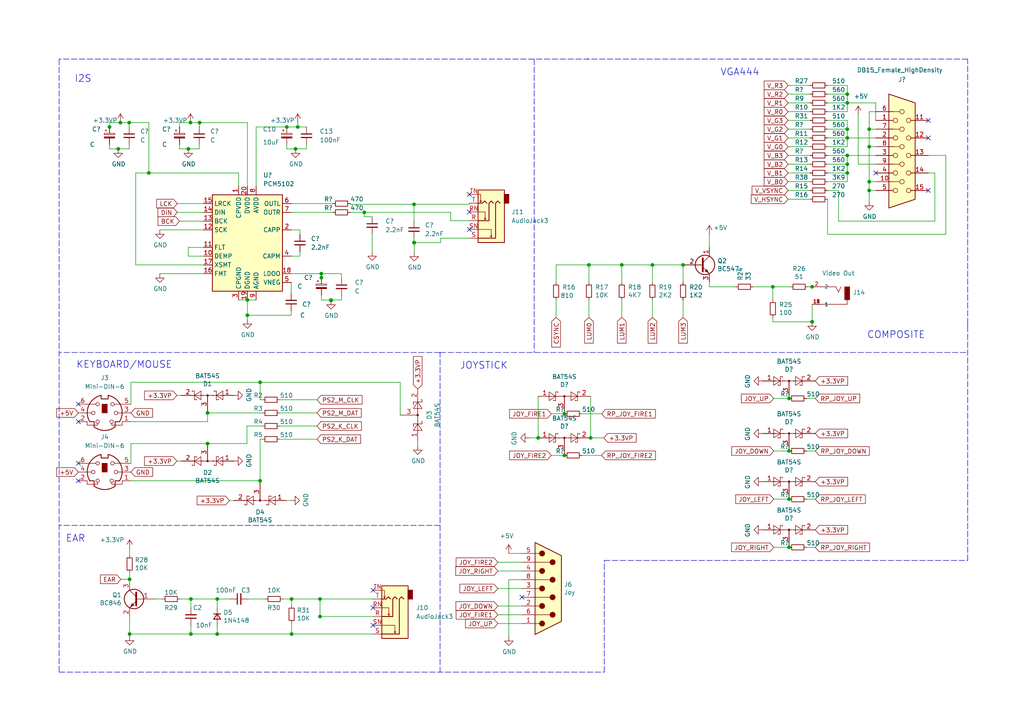
<source format=kicad_sch>
(kicad_sch (version 20211123) (generator eeschema)
  (paper "A4")
  (title_block (title "Calypso") (date "2024-08-10") (rev "0.2"))
  (junction (at 156.083 127))
  (junction (at 62.992 183.896))
  (junction (at 120.076 70.3827))
  (junction (at 60.198 128.651))
  (junction (at 245.745 27.305))
  (junction (at 75.438 110.871))
  (junction (at 245.745 45.085))
  (junction (at 54.61 43.18))
  (junction (at 55.372 183.896))
  (junction (at 228.854 115.57))
  (junction (at 60.198 119.761))
  (junction (at 37.592 168.021))
  (junction (at 235.5554 83.1815))
  (junction (at 37.465 35.56))
  (junction (at 171.323 127))
  (junction (at 92.8191 173.736))
  (junction (at 93.1961 79.375))
  (junction (at 96.012 87.122))
  (junction (at 198.12 76.835))
  (junction (at 86.36 36.83))
  (junction (at 245.745 37.465))
  (junction (at 62.992 173.736))
  (junction (at 228.854 144.78))
  (junction (at 55.245 35.56))
  (junction (at 71.755 86.995))
  (junction (at 252.095 52.705))
  (junction (at 120.142 70.3827))
  (junction (at 252.095 55.245))
  (junction (at 245.745 47.625))
  (junction (at 163.703 132.08))
  (junction (at 75.438 139.446))
  (junction (at 120.076 59.2573))
  (junction (at 34.925 35.56))
  (junction (at 224.155 83.185))
  (junction (at 105.664 61.595))
  (junction (at 84.582 183.896))
  (junction (at 228.854 130.81))
  (junction (at 55.372 173.736))
  (junction (at 170.815 76.835))
  (junction (at 83.185 36.83))
  (junction (at 37.592 183.896))
  (junction (at 252.095 37.465))
  (junction (at 96.012 87.0305))
  (junction (at 252.095 42.545))
  (junction (at 85.725 43.18))
  (junction (at 163.703 120.015))
  (junction (at 245.745 50.165))
  (junction (at 189.23 76.835))
  (junction (at 57.8838 35.56))
  (junction (at 245.745 40.005))
  (junction (at 180.34 76.835))
  (junction (at 235.5329 93.345))
  (junction (at 92.8191 178.816))
  (junction (at 245.745 29.845))
  (junction (at 228.854 158.75))
  (junction (at 43.18 50.165))
  (junction (at 31.75 36.83))
  (junction (at 71.755 91.44))
  (junction (at 34.29 43.18))
  (junction (at 84.582 173.736))
  (junction (at 93.218 80.518))
  (junction (at 235.5554 93.3415))
  (no_connect (at 269.24 34.925))
  (no_connect (at 254 50.165))
  (no_connect (at 151.384 173.228))
  (no_connect (at 22.733 134.366))
  (no_connect (at 22.733 122.301))
  (no_connect (at 136.1262 56.3847))
  (no_connect (at 22.733 139.446))
  (no_connect (at 269.24 40.005))
  (no_connect (at 108.204 176.276))
  (no_connect (at 136.1262 61.4647))
  (no_connect (at 136.1262 66.5447))
  (no_connect (at 108.204 171.196))
  (no_connect (at 269.24 55.245))
  (no_connect (at 108.204 181.356))
  (no_connect (at 22.733 117.221))
  (wire (pts (xy 71.628 123.571) (xy 71.628 128.651)))
  (wire (pts (xy 180.34 76.835) (xy 180.34 81.915)))
  (wire (pts (xy 159.893 120.015) (xy 163.703 120.015)))
  (wire (pts (xy 71.755 91.44) (xy 84.455 91.44)))
  (wire (pts (xy 274.32 67.945) (xy 274.32 45.085)))
  (wire (pts (xy 93.1961 79.375) (xy 99.06 79.375)))
  (wire (pts (xy 198.12 76.835) (xy 198.12 81.915)))
  (wire (pts (xy 228.6 57.785) (xy 234.95 57.785)))
  (polyline (pts (xy 127.635 102.235) (xy 280.67 102.235)))
  (wire (pts (xy 224.155 83.185) (xy 224.155 86.995)))
  (polyline (pts (xy 17.145 194.945) (xy 175.26 194.945)))
  (wire (pts (xy 39.37 50.165) (xy 43.18 50.165)))
  (wire (pts (xy 84.582 183.896) (xy 62.992 183.896)))
  (wire (pts (xy 86.995 74.295) (xy 86.995 73.025)))
  (wire (pts (xy 240.03 67.945) (xy 274.32 67.945)))
  (wire (pts (xy 144.399 170.688) (xy 151.384 170.688)))
  (wire (pts (xy 57.8838 36.83) (xy 57.785 36.83)))
  (wire (pts (xy 71.755 91.44) (xy 71.755 86.995)))
  (wire (pts (xy 92.8191 178.816) (xy 108.204 178.816)))
  (wire (pts (xy 245.745 45.085) (xy 245.745 47.625)))
  (wire (pts (xy 245.745 27.305) (xy 245.745 29.845)))
  (wire (pts (xy 224.155 93.345) (xy 235.5329 93.345)))
  (wire (pts (xy 37.973 122.301) (xy 60.198 122.301)))
  (wire (pts (xy 31.75 35.56) (xy 34.925 35.56)))
  (polyline (pts (xy 175.26 162.56) (xy 280.67 162.56)))
  (wire (pts (xy 60.198 119.761) (xy 76.073 119.761)))
  (wire (pts (xy 55.372 183.896) (xy 62.992 183.896)))
  (wire (pts (xy 37.465 35.56) (xy 43.18 35.56)))
  (wire (pts (xy 84.455 90.17) (xy 84.455 91.44)))
  (wire (pts (xy 271.145 64.135) (xy 271.145 50.165)))
  (wire (pts (xy 205.74 67.945) (xy 205.74 71.755)))
  (wire (pts (xy 57.8838 35.56) (xy 71.755 35.56)))
  (wire (pts (xy 71.755 86.995) (xy 74.295 86.995)))
  (wire (pts (xy 198.12 86.995) (xy 198.12 92.075)))
  (polyline (pts (xy 154.94 17.145) (xy 154.94 102.235)))
  (wire (pts (xy 170.815 86.995) (xy 170.815 92.075)))
  (wire (pts (xy 228.6 32.385) (xy 234.95 32.385)))
  (wire (pts (xy 84.582 173.736) (xy 84.582 175.641)))
  (wire (pts (xy 81.153 123.571) (xy 91.948 123.571)))
  (wire (pts (xy 105.664 62.865) (xy 107.95 62.865)))
  (wire (pts (xy 170.815 76.835) (xy 170.815 81.915)))
  (wire (pts (xy 75.438 127.381) (xy 76.073 127.381)))
  (wire (pts (xy 93.218 87.0305) (xy 96.012 87.0305)))
  (wire (pts (xy 46.355 66.675) (xy 59.055 66.675)))
  (wire (pts (xy 120.076 70.3827) (xy 120.142 70.3827)))
  (polyline (pts (xy 280.67 93.98) (xy 280.67 94.615)))
  (wire (pts (xy 85.725 43.18) (xy 88.9 43.18)))
  (wire (pts (xy 37.592 166.116) (xy 37.592 168.021)))
  (wire (pts (xy 243.205 64.135) (xy 271.145 64.135)))
  (wire (pts (xy 43.18 50.165) (xy 43.18 35.56)))
  (wire (pts (xy 69.215 50.165) (xy 43.18 50.165)))
  (wire (pts (xy 228.6 45.085) (xy 234.95 45.085)))
  (wire (pts (xy 75.438 110.871) (xy 116.078 110.871)))
  (wire (pts (xy 37.465 41.91) (xy 37.465 43.18)))
  (wire (pts (xy 269.24 50.165) (xy 271.145 50.165)))
  (wire (pts (xy 228.6 37.465) (xy 234.95 37.465)))
  (wire (pts (xy 82.042 173.736) (xy 84.582 173.736)))
  (wire (pts (xy 120.076 59.2573) (xy 120.076 64.0327)))
  (wire (pts (xy 120.142 70.3827) (xy 127.762 70.3827)))
  (wire (pts (xy 121.158 129.286) (xy 121.158 128.016)))
  (wire (pts (xy 254 29.845) (xy 254 34.925)))
  (wire (pts (xy 31.8661 36.83) (xy 31.75 36.83)))
  (wire (pts (xy 180.34 76.835) (xy 170.815 76.835)))
  (wire (pts (xy 81.153 115.951) (xy 91.948 115.951)))
  (wire (pts (xy 74.295 53.975) (xy 74.295 36.83)))
  (wire (pts (xy 105.664 61.595) (xy 105.664 62.865)))
  (polyline (pts (xy 175.26 194.945) (xy 175.26 162.56)))
  (wire (pts (xy 127.762 69.0847) (xy 127.762 70.3827)))
  (wire (pts (xy 234.315 83.185) (xy 235.5554 83.185)))
  (wire (pts (xy 224.409 115.57) (xy 228.854 115.57)))
  (wire (pts (xy 62.992 176.276) (xy 62.992 173.736)))
  (wire (pts (xy 130.7345 61.595) (xy 130.7345 64.0047)))
  (wire (pts (xy 233.934 130.81) (xy 236.474 130.81)))
  (wire (pts (xy 62.992 173.736) (xy 66.802 173.736)))
  (wire (pts (xy 189.23 76.835) (xy 189.23 81.915)))
  (wire (pts (xy 233.934 115.57) (xy 236.474 115.57)))
  (wire (pts (xy 240.03 45.085) (xy 245.745 45.085)))
  (wire (pts (xy 240.03 32.385) (xy 245.745 32.385)))
  (wire (pts (xy 224.409 130.81) (xy 228.854 130.81)))
  (wire (pts (xy 96.012 86.995) (xy 96.012 87.0305)))
  (wire (pts (xy 235.5554 93.3415) (xy 235.5329 93.345)))
  (wire (pts (xy 245.745 47.625) (xy 245.745 50.165)))
  (wire (pts (xy 116.078 110.871) (xy 116.078 120.396)))
  (wire (pts (xy 74.295 36.83) (xy 83.185 36.83)))
  (wire (pts (xy 37.973 110.871) (xy 37.973 117.221)))
  (polyline (pts (xy 127.635 110.49) (xy 127.635 102.235)))
  (wire (pts (xy 228.6 50.165) (xy 234.95 50.165)))
  (wire (pts (xy 130.7345 64.0047) (xy 136.1262 64.0047)))
  (wire (pts (xy 252.095 55.245) (xy 252.095 58.42)))
  (wire (pts (xy 252.095 52.705) (xy 252.095 55.245)))
  (wire (pts (xy 93.1961 80.645) (xy 93.218 80.518)))
  (wire (pts (xy 151.384 163.068) (xy 144.399 163.068)))
  (wire (pts (xy 252.095 32.385) (xy 252.095 37.465)))
  (wire (pts (xy 180.34 86.995) (xy 180.34 92.075)))
  (wire (pts (xy 52.07 41.91) (xy 52.07 43.18)))
  (wire (pts (xy 51.435 61.595) (xy 59.055 61.595)))
  (polyline (pts (xy 170.18 17.145) (xy 170.815 17.145)))
  (wire (pts (xy 245.745 50.165) (xy 245.745 52.705)))
  (wire (pts (xy 88.9 43.18) (xy 88.9 41.91)))
  (wire (pts (xy 233.934 144.78) (xy 236.474 144.78)))
  (wire (pts (xy 235.5554 83.185) (xy 235.5554 83.1815)))
  (wire (pts (xy 34.925 35.56) (xy 37.465 35.56)))
  (wire (pts (xy 228.6 24.765) (xy 234.95 24.765)))
  (wire (pts (xy 37.592 183.896) (xy 37.592 184.531)))
  (wire (pts (xy 189.23 86.995) (xy 189.23 92.075)))
  (wire (pts (xy 156.083 114.935) (xy 156.083 127)))
  (wire (pts (xy 54.61 71.755) (xy 54.61 74.295)))
  (wire (pts (xy 81.153 127.381) (xy 91.948 127.381)))
  (wire (pts (xy 84.455 79.375) (xy 93.1961 79.375)))
  (wire (pts (xy 37.465 35.56) (xy 37.465 36.83)))
  (wire (pts (xy 92.8191 173.736) (xy 92.8191 178.816)))
  (wire (pts (xy 224.155 83.185) (xy 229.235 83.185)))
  (wire (pts (xy 52.07 35.56) (xy 55.245 35.56)))
  (wire (pts (xy 245.745 40.005) (xy 245.745 42.545)))
  (wire (pts (xy 99.06 79.375) (xy 99.06 80.645)))
  (wire (pts (xy 37.592 168.021) (xy 35.052 168.021)))
  (wire (pts (xy 120.076 59.2573) (xy 101.6 59.2573)))
  (wire (pts (xy 228.6 52.705) (xy 234.95 52.705)))
  (wire (pts (xy 120.142 73.152) (xy 120.142 70.3827)))
  (wire (pts (xy 52.07 64.135) (xy 59.055 64.135)))
  (wire (pts (xy 228.6 34.925) (xy 234.95 34.925)))
  (wire (pts (xy 46.355 79.375) (xy 59.055 79.375)))
  (wire (pts (xy 228.6 47.625) (xy 234.95 47.625)))
  (polyline (pts (xy 127.635 111.125) (xy 127.635 194.945)))
  (polyline (pts (xy 280.67 17.145) (xy 17.145 17.145)))
  (wire (pts (xy 62.992 183.896) (xy 62.992 181.356)))
  (wire (pts (xy 84.455 66.675) (xy 86.995 66.675)))
  (wire (pts (xy 252.095 55.245) (xy 254 55.245)))
  (polyline (pts (xy 111.76 17.145) (xy 112.395 17.145)))
  (wire (pts (xy 252.095 42.545) (xy 254 42.545)))
  (polyline (pts (xy 280.67 162.56) (xy 280.67 17.145)))
  (wire (pts (xy 99.06 86.995) (xy 96.012 86.995)))
  (wire (pts (xy 198.12 76.835) (xy 189.23 76.835)))
  (wire (pts (xy 245.745 45.085) (xy 254 45.085)))
  (wire (pts (xy 240.03 29.845) (xy 245.745 29.845)))
  (wire (pts (xy 228.6 42.545) (xy 234.95 42.545)))
  (wire (pts (xy 171.323 114.935) (xy 171.323 127)))
  (wire (pts (xy 31.75 41.91) (xy 31.75 43.18)))
  (wire (pts (xy 37.592 159.131) (xy 37.592 161.036)))
  (wire (pts (xy 101.6 61.595) (xy 105.664 61.595)))
  (wire (pts (xy 144.399 178.308) (xy 151.384 178.308)))
  (wire (pts (xy 161.29 76.835) (xy 161.29 81.915)))
  (wire (pts (xy 127.762 69.0847) (xy 136.1262 69.0847)))
  (wire (pts (xy 57.8838 35.56) (xy 57.8838 36.83)))
  (wire (pts (xy 83.185 43.18) (xy 85.725 43.18)))
  (wire (pts (xy 62.992 173.736) (xy 55.372 173.736)))
  (wire (pts (xy 84.582 183.896) (xy 84.582 180.721)))
  (wire (pts (xy 174.498 120.015) (xy 168.783 120.015)))
  (wire (pts (xy 228.6 55.245) (xy 234.95 55.245)))
  (wire (pts (xy 240.03 40.005) (xy 245.745 40.005)))
  (wire (pts (xy 76.073 115.951) (xy 75.438 115.951)))
  (polyline (pts (xy 17.145 17.145) (xy 17.145 194.945)))
  (wire (pts (xy 240.03 24.765) (xy 245.745 24.765)))
  (wire (pts (xy 52.197 173.736) (xy 55.372 173.736)))
  (wire (pts (xy 151.384 160.528) (xy 147.574 160.528)))
  (wire (pts (xy 252.095 52.705) (xy 254 52.705)))
  (wire (pts (xy 243.205 55.245) (xy 243.205 64.135)))
  (wire (pts (xy 224.409 158.75) (xy 228.854 158.75)))
  (wire (pts (xy 240.03 55.245) (xy 243.205 55.245)))
  (wire (pts (xy 84.455 74.295) (xy 86.995 74.295)))
  (wire (pts (xy 52.07 43.18) (xy 54.61 43.18)))
  (wire (pts (xy 240.03 52.705) (xy 245.745 52.705)))
  (wire (pts (xy 235.5554 88.2615) (xy 235.5554 93.3415)))
  (wire (pts (xy 75.438 110.871) (xy 37.973 110.871)))
  (wire (pts (xy 37.973 128.651) (xy 60.198 128.651)))
  (wire (pts (xy 52.578 114.681) (xy 51.308 114.681)))
  (wire (pts (xy 71.755 92.71) (xy 71.755 91.44)))
  (wire (pts (xy 75.438 140.081) (xy 75.438 139.446)))
  (wire (pts (xy 224.409 144.78) (xy 228.854 144.78)))
  (wire (pts (xy 92.8191 178.816) (xy 92.8191 178.9957)))
  (wire (pts (xy 170.815 76.835) (xy 161.29 76.835)))
  (wire (pts (xy 228.6 27.305) (xy 234.95 27.305)))
  (wire (pts (xy 120.076 59.2573) (xy 120.076 59.182)))
  (wire (pts (xy 52.07 35.56) (xy 52.07 36.83)))
  (wire (pts (xy 151.384 168.148) (xy 147.574 168.148)))
  (wire (pts (xy 57.785 41.91) (xy 57.785 43.18)))
  (wire (pts (xy 86.995 66.675) (xy 86.995 67.945)))
  (wire (pts (xy 240.03 34.925) (xy 245.745 34.925)))
  (wire (pts (xy 252.095 42.545) (xy 252.095 52.705)))
  (wire (pts (xy 51.435 59.055) (xy 59.055 59.055)))
  (wire (pts (xy 31.75 35.56) (xy 31.75 36.83)))
  (wire (pts (xy 84.582 173.736) (xy 92.8191 173.736)))
  (wire (pts (xy 86.36 36.83) (xy 88.9 36.83)))
  (wire (pts (xy 37.592 168.021) (xy 37.592 168.656)))
  (wire (pts (xy 59.055 71.755) (xy 54.61 71.755)))
  (wire (pts (xy 69.215 86.995) (xy 71.755 86.995)))
  (wire (pts (xy 240.03 42.545) (xy 245.745 42.545)))
  (wire (pts (xy 34.29 43.18) (xy 37.465 43.18)))
  (wire (pts (xy 240.03 47.625) (xy 245.745 47.625)))
  (wire (pts (xy 218.44 83.185) (xy 224.155 83.185)))
  (wire (pts (xy 153.543 127) (xy 156.083 127)))
  (wire (pts (xy 233.934 158.75) (xy 236.474 158.75)))
  (wire (pts (xy 55.245 35.56) (xy 57.8838 35.56)))
  (wire (pts (xy 75.438 115.951) (xy 75.438 110.871)))
  (wire (pts (xy 240.03 57.785) (xy 240.03 67.945)))
  (wire (pts (xy 84.455 59.055) (xy 96.52 59.055)))
  (wire (pts (xy 54.61 43.18) (xy 57.785 43.18)))
  (wire (pts (xy 245.745 29.845) (xy 254 29.845)))
  (wire (pts (xy 269.24 45.085) (xy 274.32 45.085)))
  (wire (pts (xy 81.153 119.761) (xy 91.948 119.761)))
  (wire (pts (xy 245.745 34.925) (xy 245.745 37.465)))
  (wire (pts (xy 37.973 128.651) (xy 37.973 134.366)))
  (wire (pts (xy 92.8191 173.736) (xy 108.204 173.736)))
  (wire (pts (xy 83.185 36.83) (xy 86.36 36.83)))
  (wire (pts (xy 83.058 145.161) (xy 84.328 145.161)))
  (wire (pts (xy 99.06 85.725) (xy 99.06 86.995)))
  (wire (pts (xy 252.095 37.465) (xy 252.095 42.545)))
  (polyline (pts (xy 127.635 102.235) (xy 17.145 102.235)))
  (wire (pts (xy 55.372 183.896) (xy 37.592 183.896)))
  (wire (pts (xy 71.882 173.736) (xy 76.962 173.736)))
  (wire (pts (xy 245.745 40.005) (xy 254 40.005)))
  (wire (pts (xy 86.36 35.56) (xy 86.36 36.83)))
  (wire (pts (xy 75.438 139.446) (xy 75.438 127.381)))
  (wire (pts (xy 248.92 47.625) (xy 254 47.625)))
  (wire (pts (xy 54.61 74.295) (xy 59.055 74.295)))
  (wire (pts (xy 71.628 128.651) (xy 60.198 128.651)))
  (wire (pts (xy 136.1262 59.2573) (xy 136.1262 58.9247)))
  (wire (pts (xy 174.498 132.08) (xy 168.783 132.08)))
  (wire (pts (xy 84.455 81.915) (xy 84.455 85.09)))
  (wire (pts (xy 205.74 83.185) (xy 213.36 83.185)))
  (wire (pts (xy 59.055 76.835) (xy 39.37 76.835)))
  (wire (pts (xy 252.095 37.465) (xy 254 37.465)))
  (wire (pts (xy 52.578 133.731) (xy 51.308 133.731)))
  (wire (pts (xy 245.745 37.465) (xy 245.745 40.005)))
  (wire (pts (xy 175.133 127) (xy 171.323 127)))
  (wire (pts (xy 205.74 81.915) (xy 205.74 83.185)))
  (wire (pts (xy 93.218 85.598) (xy 93.218 87.0305)))
  (wire (pts (xy 60.198 122.301) (xy 60.198 119.761)))
  (wire (pts (xy 228.6 29.845) (xy 234.95 29.845)))
  (wire (pts (xy 96.012 87.0305) (xy 96.012 87.122)))
  (wire (pts (xy 93.1961 79.375) (xy 93.1961 80.645)))
  (wire (pts (xy 76.073 123.571) (xy 71.628 123.571)))
  (wire (pts (xy 55.372 181.356) (xy 55.372 183.896)))
  (wire (pts (xy 120.076 69.1127) (xy 120.076 70.3827)))
  (wire (pts (xy 84.582 183.896) (xy 108.204 183.896)))
  (wire (pts (xy 144.399 165.608) (xy 151.384 165.608)))
  (wire (pts (xy 37.973 139.446) (xy 75.438 139.446)))
  (wire (pts (xy 245.745 24.765) (xy 245.745 27.305)))
  (wire (pts (xy 147.574 168.148) (xy 147.574 184.658)))
  (wire (pts (xy 107.95 67.945) (xy 107.95 73.025)))
  (wire (pts (xy 252.095 32.385) (xy 254 32.385)))
  (wire (pts (xy 228.6 40.005) (xy 234.95 40.005)))
  (wire (pts (xy 83.185 41.91) (xy 83.185 43.18)))
  (wire (pts (xy 120.076 59.2573) (xy 136.1262 59.2573)))
  (wire (pts (xy 248.92 33.274) (xy 248.92 47.625)))
  (wire (pts (xy 71.755 53.975) (xy 71.755 35.56)))
  (wire (pts (xy 224.155 92.075) (xy 224.155 93.345)))
  (wire (pts (xy 31.75 43.18) (xy 34.29 43.18)))
  (wire (pts (xy 159.893 132.08) (xy 163.703 132.08)))
  (wire (pts (xy 161.29 86.995) (xy 161.29 92.075)))
  (wire (pts (xy 151.384 180.848) (xy 144.399 180.848)))
  (wire (pts (xy 240.03 50.165) (xy 245.745 50.165)))
  (wire (pts (xy 144.399 175.768) (xy 151.384 175.768)))
  (wire (pts (xy 245.745 29.845) (xy 245.745 32.385)))
  (wire (pts (xy 105.664 61.595) (xy 130.7345 61.595)))
  (wire (pts (xy 39.37 76.835) (xy 39.37 50.165)))
  (wire (pts (xy 240.03 37.465) (xy 245.745 37.465)))
  (wire (pts (xy 189.23 76.835) (xy 180.34 76.835)))
  (polyline (pts (xy 127.635 152.4) (xy 17.145 152.4)))
  (wire (pts (xy 101.6 59.2573) (xy 101.6 59.055)))
  (wire (pts (xy 96.52 61.595) (xy 84.455 61.595)))
  (wire (pts (xy 69.215 53.975) (xy 69.215 50.165)))
  (wire (pts (xy 67.818 145.161) (xy 66.548 145.161)))
  (wire (pts (xy 240.03 27.305) (xy 245.745 27.305)))
  (wire (pts (xy 55.372 173.736) (xy 55.372 176.276)))
  (wire (pts (xy 37.592 183.896) (xy 37.592 178.816)))
  (wire (pts (xy 45.212 173.736) (xy 47.117 173.736)))
  (text "VGA444" (at 208.915 22.225 0) (effects (font (size 2.0066 2.0066)) (justify left bottom)))
  (text "I2S" (at 21.59 24.13 0) (effects (font (size 2.0066 2.0066)) (justify left bottom)))
  (text "EAR" (at 19.05 157.48 0) (effects (font (size 2.0066 2.0066)) (justify left bottom)))
  (text "KEYBOARD/MOUSE" (at 22.098 107.061 0) (effects (font (size 2.0066 2.0066)) (justify left bottom)))
  (text "COMPOSITE" (at 251.46 98.425 0) (effects (font (size 2.0066 2.0066)) (justify left bottom)))
  (text "JOYSTICK\n" (at 133.35 107.315 0) (effects (font (size 2.0066 2.0066)) (justify left bottom)))
  (global_label "JOY_LEFT" (shape input) (at 224.409 144.78 180) (property "Intersheet References" "${INTERSHEET_REFS}" (effects hide)))
  (global_label "JOY_UP" (shape input) (at 224.409 115.57 180) (property "Intersheet References" "${INTERSHEET_REFS}" (effects hide)))
  (global_label "JOY_FIRE2" (shape input) (at 144.399 163.068 180) (property "Intersheet References" "${INTERSHEET_REFS}" (effects hide)))
  (global_label "CSYNC" (shape input) (at 161.29 92.075 270) (property "Intersheet References" "${INTERSHEET_REFS}" (effects hide)))
  (global_label "LUM1" (shape input) (at 180.34 92.075 270) (property "Intersheet References" "${INTERSHEET_REFS}" (effects hide)))
  (global_label "LCK" (shape input) (at 51.435 59.055 180) (property "Intersheet References" "${INTERSHEET_REFS}" (effects hide)))
  (global_label "JOY_FIRE1" (shape input) (at 159.893 120.015 180) (property "Intersheet References" "${INTERSHEET_REFS}" (effects hide)))
  (global_label "V_G1" (shape input) (at 228.6 40.005 180) (property "Intersheet References" "${INTERSHEET_REFS}" (effects hide)))
  (global_label "V_G2" (shape input) (at 228.6 37.465 180) (property "Intersheet References" "${INTERSHEET_REFS}" (effects hide)))
  (global_label "V_B0" (shape input) (at 228.6 52.705 180) (property "Intersheet References" "${INTERSHEET_REFS}" (effects hide)))
  (global_label "V_B3" (shape input) (at 228.6 45.085 180) (property "Intersheet References" "${INTERSHEET_REFS}" (effects hide)))
  (global_label "V_R3" (shape input) (at 228.6 24.765 180) (property "Intersheet References" "${INTERSHEET_REFS}" (effects hide)))
  (global_label "PS2_M_CLK" (shape input) (at 91.948 115.951 0) (property "Intersheet References" "${INTERSHEET_REFS}" (effects hide)))
  (global_label "JOY_LEFT" (shape input) (at 144.399 170.688 180) (property "Intersheet References" "${INTERSHEET_REFS}" (effects hide)))
  (global_label "JOY_DOWN" (shape input) (at 224.409 130.81 180) (property "Intersheet References" "${INTERSHEET_REFS}" (effects hide)))
  (global_label "+3.3VP" (shape input) (at 236.474 125.73 0) (property "Intersheet References" "${INTERSHEET_REFS}" (effects hide)))
  (global_label "+5V" (shape input) (at 22.733 136.906 180) (property "Intersheet References" "${INTERSHEET_REFS}" (effects hide)))
  (global_label "EAR" (shape input) (at 35.052 168.021 180) (property "Intersheet References" "${INTERSHEET_REFS}" (effects hide)))
  (global_label "RP_JOY_DOWN" (shape input) (at 236.474 130.81 0) (property "Intersheet References" "${INTERSHEET_REFS}" (effects hide)))
  (global_label "+3.3VP" (shape input) (at 236.474 139.7 0) (property "Intersheet References" "${INTERSHEET_REFS}" (effects hide)))
  (global_label "+3.3VP" (shape input) (at 175.133 127 0) (property "Intersheet References" "${INTERSHEET_REFS}" (effects hide)))
  (global_label "LUM3" (shape input) (at 198.12 92.075 270) (property "Intersheet References" "${INTERSHEET_REFS}" (effects hide)))
  (global_label "RP_JOY_RIGHT" (shape input) (at 236.474 158.75 0) (property "Intersheet References" "${INTERSHEET_REFS}" (effects hide)))
  (global_label "GND" (shape input) (at 37.973 136.906 0) (property "Intersheet References" "${INTERSHEET_REFS}" (effects hide)))
  (global_label "V_R0" (shape input) (at 228.6 32.385 180) (property "Intersheet References" "${INTERSHEET_REFS}" (effects hide)))
  (global_label "DIN" (shape input) (at 51.435 61.595 180) (property "Intersheet References" "${INTERSHEET_REFS}" (effects hide)))
  (global_label "+3.3VP" (shape input) (at 51.308 133.731 180) (property "Intersheet References" "${INTERSHEET_REFS}" (effects hide)))
  (global_label "GND" (shape input) (at 37.973 119.761 0) (property "Intersheet References" "${INTERSHEET_REFS}" (effects hide)))
  (global_label "V_R2" (shape input) (at 228.6 27.305 180) (property "Intersheet References" "${INTERSHEET_REFS}" (effects hide)))
  (global_label "+3.3VP" (shape input) (at 236.474 153.67 0) (property "Intersheet References" "${INTERSHEET_REFS}" (effects hide)))
  (global_label "JOY_UP" (shape input) (at 144.399 180.848 180) (property "Intersheet References" "${INTERSHEET_REFS}" (effects hide)))
  (global_label "RP_JOY_UP" (shape input) (at 236.474 115.57 0) (property "Intersheet References" "${INTERSHEET_REFS}" (effects hide)))
  (global_label "PS2_K_CLK" (shape input) (at 91.948 123.571 0) (property "Intersheet References" "${INTERSHEET_REFS}" (effects hide)))
  (global_label "V_G3" (shape input) (at 228.6 34.925 180) (property "Intersheet References" "${INTERSHEET_REFS}" (effects hide)))
  (global_label "PS2_M_DAT" (shape input) (at 91.948 119.761 0) (property "Intersheet References" "${INTERSHEET_REFS}" (effects hide)))
  (global_label "JOY_FIRE2" (shape input) (at 159.893 132.08 180) (property "Intersheet References" "${INTERSHEET_REFS}" (effects hide)))
  (global_label "PS2_K_DAT" (shape input) (at 91.948 127.381 0) (property "Intersheet References" "${INTERSHEET_REFS}" (effects hide)))
  (global_label "V_VSYNC" (shape input) (at 228.6 55.245 180) (property "Intersheet References" "${INTERSHEET_REFS}" (effects hide)))
  (global_label "V_G0" (shape input) (at 228.6 42.545 180) (property "Intersheet References" "${INTERSHEET_REFS}" (effects hide)))
  (global_label "LUM0" (shape input) (at 170.815 92.075 270) (property "Intersheet References" "${INTERSHEET_REFS}" (effects hide)))
  (global_label "LUM2" (shape input) (at 189.23 92.075 270) (property "Intersheet References" "${INTERSHEET_REFS}" (effects hide)))
  (global_label "JOY_DOWN" (shape input) (at 144.399 175.768 180) (property "Intersheet References" "${INTERSHEET_REFS}" (effects hide)))
  (global_label "+3.3VP" (shape input) (at 51.308 114.681 180) (property "Intersheet References" "${INTERSHEET_REFS}" (effects hide)))
  (global_label "+3.3VP" (shape input) (at 121.158 112.776 90) (property "Intersheet References" "${INTERSHEET_REFS}" (effects hide)))
  (global_label "RP_JOY_LEFT" (shape input) (at 236.474 144.78 0) (property "Intersheet References" "${INTERSHEET_REFS}" (effects hide)))
  (global_label "RP_JOY_FIRE2" (shape input) (at 174.498 132.08 0) (property "Intersheet References" "${INTERSHEET_REFS}" (effects hide)))
  (global_label "+5V" (shape input) (at 22.733 119.761 180) (property "Intersheet References" "${INTERSHEET_REFS}" (effects hide)))
  (global_label "JOY_RIGHT" (shape input) (at 144.399 165.608 180) (property "Intersheet References" "${INTERSHEET_REFS}" (effects hide)))
  (global_label "JOY_RIGHT" (shape input) (at 224.409 158.75 180) (property "Intersheet References" "${INTERSHEET_REFS}" (effects hide)))
  (global_label "JOY_FIRE1" (shape input) (at 144.399 178.308 180) (property "Intersheet References" "${INTERSHEET_REFS}" (effects hide)))
  (global_label "V_HSYNC" (shape input) (at 228.6 57.785 180) (property "Intersheet References" "${INTERSHEET_REFS}" (effects hide)))
  (global_label "V_B1" (shape input) (at 228.6 50.165 180) (property "Intersheet References" "${INTERSHEET_REFS}" (effects hide)))
  (global_label "RP_JOY_FIRE1" (shape input) (at 174.498 120.015 0) (property "Intersheet References" "${INTERSHEET_REFS}" (effects hide)))
  (global_label "+3.3VP" (shape input) (at 236.474 110.49 0) (property "Intersheet References" "${INTERSHEET_REFS}" (effects hide)))
  (global_label "V_B2" (shape input) (at 228.6 47.625 180) (property "Intersheet References" "${INTERSHEET_REFS}" (effects hide)))
  (global_label "BCK" (shape input) (at 52.07 64.135 180) (property "Intersheet References" "${INTERSHEET_REFS}" (effects hide)))
  (global_label "+3.3VP" (shape input) (at 66.548 145.161 180) (property "Intersheet References" "${INTERSHEET_REFS}" (effects hide)))
  (global_label "V_R1" (shape input) (at 228.6 29.845 180) (property "Intersheet References" "${INTERSHEET_REFS}" (effects hide)))
  (symbol (lib_id "Diode:BAT54S") (at 60.198 114.681 0) (mirror y) (unit 1)
    (property "Reference" "D1" (at 60.198 111.3282 0))
    (property "Value" "BAT54S" (at 60.198 109.0168 0))
    (property "Footprint" "Package_TO_SOT_SMD:SOT-23" (effects hide))
    (property "Datasheet" "https://www.diodes.com/assets/Datasheets/ds11005.pdf" (effects hide))
  )
  (symbol (lib_id "power:GND") (at 67.818 114.681 90) (unit 1)
    (property "Reference" "#PWR0110" (effects hide))
    (property "Value" "GND" (at 72.2122 114.554 0))
  )
  (symbol (lib_id "Diode:BAT54S") (at 121.158 120.396 270) (mirror x) (unit 1)
    (property "Reference" "D3" (at 124.5108 120.396 0))
    (property "Value" "BAT54S" (at 126.8222 120.396 0))
    (property "Footprint" "Package_TO_SOT_SMD:SOT-23" (effects hide))
    (property "Datasheet" "https://www.diodes.com/assets/Datasheets/ds11005.pdf" (effects hide))
  )
  (symbol (lib_id "power:GND") (at 121.158 129.286 0) (unit 1)
    (property "Reference" "#PWR0106" (effects hide))
    (property "Value" "GND" (at 121.285 133.6802 0))
  )
  (symbol (lib_id "Diode:BAT54S") (at 75.438 145.161 180) (unit 1)
    (property "Reference" "D4" (at 75.438 148.5138 0))
    (property "Value" "BAT54S" (at 75.438 150.8252 0))
    (property "Footprint" "Package_TO_SOT_SMD:SOT-23" (effects hide))
    (property "Datasheet" "https://www.diodes.com/assets/Datasheets/ds11005.pdf" (effects hide))
  )
  (symbol (lib_id "power:GND") (at 84.328 145.161 90) (unit 1)
    (property "Reference" "#PWR0108" (effects hide))
    (property "Value" "GND" (at 88.7222 145.034 0))
  )
  (symbol (lib_id "Device:R_Small") (at 237.49 29.845 270) (unit 1)
    (property "Reference" "R9" (at 230.505 28.575 90) (effects (justify left)))
    (property "Value" "560" (at 241.3 28.575 90) (effects (justify left)))
    (property "Footprint" "Resistor_SMD:R_0805_2012Metric" (effects hide))
  )
  (symbol (lib_id "Device:R_Small") (at 237.49 32.385 270) (unit 1)
    (property "Reference" "R10" (at 230.505 31.115 90) (effects (justify left)))
    (property "Value" "1K2" (at 241.3 31.115 90) (effects (justify left)))
    (property "Footprint" "Resistor_SMD:R_0805_2012Metric" (effects hide))
  )
  (symbol (lib_id "Device:R_Small") (at 237.49 42.545 270) (unit 1)
    (property "Reference" "R12" (at 230.505 41.275 90) (effects (justify left)))
    (property "Value" "1K2" (at 241.3 41.275 90) (effects (justify left)))
    (property "Footprint" "Resistor_SMD:R_0805_2012Metric" (effects hide))
  )
  (symbol (lib_id "Device:R_Small") (at 237.49 47.625 270) (unit 1)
    (property "Reference" "R13" (at 230.505 46.355 90) (effects (justify left)))
    (property "Value" "560" (at 241.3 46.355 90) (effects (justify left)))
    (property "Footprint" "Resistor_SMD:R_0805_2012Metric" (effects hide))
  )
  (symbol (lib_id "Device:R_Small") (at 237.49 50.165 270) (unit 1)
    (property "Reference" "R14" (at 230.505 48.895 90) (effects (justify left)))
    (property "Value" "1K2" (at 241.3 48.895 90) (effects (justify left)))
    (property "Footprint" "Resistor_SMD:R_0805_2012Metric" (effects hide))
  )
  (symbol (lib_id "Device:R_Small") (at 237.49 55.245 270) (unit 1)
    (property "Reference" "R15" (at 230.505 53.975 90) (effects (justify left)))
    (property "Value" "270" (at 241.3 53.975 90) (effects (justify left)))
    (property "Footprint" "Resistor_SMD:R_0805_2012Metric" (effects hide))
  )
  (symbol (lib_id "Device:R_Small") (at 237.49 57.785 270) (unit 1)
    (property "Reference" "R16" (at 230.505 56.515 90) (effects (justify left)))
    (property "Value" "270" (at 241.3 56.515 90) (effects (justify left)))
    (property "Footprint" "Resistor_SMD:R_0805_2012Metric" (effects hide))
  )
  (symbol (lib_id "power:GND") (at 252.095 58.42 0) (unit 1)
    (property "Reference" "#PWR024" (effects hide))
    (property "Value" "GND" (at 252.222 62.8142 0))
  )
  (symbol (lib_id "Connector:DB9_Male") (at 159.004 170.688 0) (unit 1)
    (property "Reference" "J6" (at 163.576 169.5196 0) (effects (justify left)))
    (property "Value" "Joy" (at 163.576 171.831 0) (effects (justify left)))
    (property "Footprint" "Connector_Dsub:DSUB-9_Male_Horizontal_P2.77x2.84mm_EdgePinOffset9.90mm_Housed_MountingHolesOffset11.32mm" (effects hide))
    (property "Datasheet" " ~" (effects hide))
  )
  (symbol (lib_id "Diode:BAT54S") (at 60.198 133.731 180) (unit 1)
    (property "Reference" "D2" (at 60.198 137.0838 0))
    (property "Value" "BAT54S" (at 60.198 139.3952 0))
    (property "Footprint" "Package_TO_SOT_SMD:SOT-23" (effects hide))
    (property "Datasheet" "https://www.diodes.com/assets/Datasheets/ds11005.pdf" (effects hide))
  )
  (symbol (lib_id "power:GND") (at 67.818 133.731 90) (unit 1)
    (property "Reference" "#PWR0109" (effects hide))
    (property "Value" "GND" (at 72.2122 133.604 0))
  )
  (symbol (lib_id "Device:R_Small") (at 237.49 40.005 270) (unit 1)
    (property "Reference" "R11" (at 230.505 38.735 90) (effects (justify left)))
    (property "Value" "560" (at 241.3 38.735 90) (effects (justify left)))
    (property "Footprint" "Resistor_SMD:R_0805_2012Metric" (effects hide))
  )
  (symbol (lib_id "power:+5V") (at 147.574 160.528 0) (unit 1)
    (property "Reference" "#PWR017" (effects hide))
    (property "Value" "+5V" (at 146.939 155.448 0))
  )
  (symbol (lib_id "Device:R_Small") (at 78.613 115.951 270) (unit 1)
    (property "Reference" "R2" (at 73.533 114.681 90) (effects (justify left)))
    (property "Value" "510" (at 81.153 114.681 90) (effects (justify left)))
    (property "Footprint" "Resistor_SMD:R_0805_2012Metric" (effects hide))
  )
  (symbol (lib_id "Device:R_Small") (at 79.502 173.736 90) (unit 1)
    (property "Reference" "R30" (at 81.407 176.276 90) (effects (justify left)))
    (property "Value" "10K" (at 81.407 171.196 90) (effects (justify left)))
    (property "Footprint" "Resistor_SMD:R_0805_2012Metric" (effects hide))
  )
  (symbol (lib_id "Device:R_Small") (at 78.613 119.761 270) (unit 1)
    (property "Reference" "R3" (at 73.533 118.491 90) (effects (justify left)))
    (property "Value" "510" (at 81.153 118.491 90) (effects (justify left)))
    (property "Footprint" "Resistor_SMD:R_0805_2012Metric" (effects hide))
  )
  (symbol (lib_id "Device:R_Small") (at 78.613 123.571 270) (unit 1)
    (property "Reference" "R4" (at 73.533 122.301 90) (effects (justify left)))
    (property "Value" "510" (at 81.153 122.301 90) (effects (justify left)))
    (property "Footprint" "Resistor_SMD:R_0805_2012Metric" (effects hide))
  )
  (symbol (lib_id "Device:R_Small") (at 84.582 178.181 0) (unit 1)
    (property "Reference" "R31" (at 86.0806 177.0126 0) (effects (justify left)))
    (property "Value" "10K" (at 86.0806 179.324 0) (effects (justify left)))
    (property "Footprint" "Resistor_SMD:R_0805_2012Metric" (effects hide))
  )
  (symbol (lib_id "Device:R_Small") (at 78.613 127.381 270) (unit 1)
    (property "Reference" "R5" (at 73.533 126.111 90) (effects (justify left)))
    (property "Value" "510" (at 81.153 126.111 90) (effects (justify left)))
    (property "Footprint" "Resistor_SMD:R_0805_2012Metric" (effects hide))
  )
  (symbol (lib_id "Device:C_Small") (at 69.342 173.736 90) (unit 1)
    (property "Reference" "C3" (at 71.247 171.196 90))
    (property "Value" "100nF" (at 65.532 171.196 90))
    (property "Footprint" "Capacitor_SMD:C_0805_2012Metric" (effects hide))
  )
  (symbol (lib_id "Device:D_Small") (at 62.992 178.816 270) (unit 1)
    (property "Reference" "D5" (at 64.77 177.6476 90) (effects (justify left)))
    (property "Value" "1N4148" (at 64.77 179.959 90) (effects (justify left)))
    (property "Footprint" "Diode_SMD:D_MiniMELF" (effects hide))
  )
  (symbol (lib_id "Device:C_Small") (at 55.372 178.816 180) (unit 1)
    (property "Reference" "C2" (at 57.277 176.276 0))
    (property "Value" "10nF" (at 59.182 181.356 0))
    (property "Footprint" "Capacitor_SMD:C_0805_2012Metric" (effects hide))
  )
  (symbol (lib_id "Device:R_Small") (at 49.657 173.736 90) (unit 1)
    (property "Reference" "R29" (at 51.562 176.276 90) (effects (justify left)))
    (property "Value" "10K" (at 51.562 171.831 90) (effects (justify left)))
    (property "Footprint" "Resistor_SMD:R_0805_2012Metric" (effects hide))
  )
  (symbol (lib_id "Device:R_Small") (at 37.592 163.576 0) (unit 1)
    (property "Reference" "R28" (at 39.0906 162.4076 0) (effects (justify left)))
    (property "Value" "10K" (at 39.0906 164.719 0) (effects (justify left)))
    (property "Footprint" "Resistor_SMD:R_0805_2012Metric" (effects hide))
  )
  (symbol (lib_id "Transistor_BJT:BC846") (at 40.132 173.736 0) (mirror y) (unit 1)
    (property "Reference" "Q1" (at 35.2806 172.5676 0) (effects (justify left)))
    (property "Value" "BC846" (at 35.2806 174.879 0) (effects (justify left)))
    (property "Footprint" "Package_TO_SOT_SMD:SOT-23" (effects hide))
    (property "Datasheet" "https://assets.nexperia.com/documents/data-sheet/BC846_SER.pdf" (effects hide))
  )
  (symbol (lib_id "power:GND") (at 37.592 184.531 0) (unit 1)
    (property "Reference" "#PWR05" (effects hide))
    (property "Value" "GND" (at 37.719 188.9252 0))
  )
  (symbol (lib_id "power:+3.3VP") (at 37.592 159.131 0) (unit 1)
    (property "Reference" "#PWR01" (effects hide))
    (property "Value" "+3.3VP" (at 32.512 156.591 0))
  )
  (symbol (lib_id "power:GND") (at 147.574 184.658 0) (unit 1)
    (property "Reference" "#PWR021" (effects hide))
    (property "Value" "GND" (at 147.701 189.0522 0))
  )
  (symbol (lib_id "Device:R_Small") (at 99.06 61.595 270) (unit 1)
    (property "Reference" "R?" (at 93.98 60.325 90) (effects (justify left)))
    (property "Value" "470" (at 101.6 60.325 90) (effects (justify left)))
    (property "Footprint" "Resistor_SMD:R_0805_2012Metric" (effects hide))
  )
  (symbol (lib_id "power:GND") (at 221.234 139.7 270) (unit 1)
    (property "Reference" "#PWR?" (effects hide))
    (property "Value" "GND" (at 216.8398 139.827 0))
  )
  (symbol (lib_id "Device:C_Small") (at 57.785 39.37 0) (unit 1)
    (property "Reference" "C?" (at 60.96 38.0999 0) (effects (justify left)))
    (property "Value" "C" (at 60.96 40.6399 0) (effects (justify left)))
    (property "Footprint" "Capacitor_SMD:C_1206_3216Metric_Pad1.33x1.80mm_HandSolder" (effects hide))
  )
  (symbol (lib_id "Device:R_Small") (at 231.775 83.185 270) (unit 1)
    (property "Reference" "R26" (at 231.775 77.9272 90))
    (property "Value" "51" (at 231.775 80.2386 90))
    (property "Footprint" "Resistor_SMD:R_1206_3216Metric_Pad1.30x1.75mm_HandSolder" (effects hide))
  )
  (symbol (lib_id "Device:R_Small") (at 224.155 89.535 0) (unit 1)
    (property "Reference" "R25" (at 225.933 88.3666 0) (effects (justify left)))
    (property "Value" "100" (at 225.933 90.678 0) (effects (justify left)))
    (property "Footprint" "Resistor_SMD:R_1206_3216Metric_Pad1.30x1.75mm_HandSolder" (effects hide))
  )
  (symbol (lib_id "power:GND") (at 85.725 43.18 0) (unit 1)
    (property "Reference" "#PWR027" (effects hide))
    (property "Value" "GND" (at 85.852 47.5742 0))
  )
  (symbol (lib_id "Device:C_Polarized_Small") (at 83.185 39.37 0) (unit 1)
    (property "Reference" "C10" (at 76.2 37.465 0) (effects (justify left)))
    (property "Value" "10uF" (at 76.2 41.275 0) (effects (justify left)))
    (property "Footprint" "Capacitor_Tantalum_SMD:CP_EIA-3216-12_Kemet-S_Pad1.58x1.35mm_HandSolder" (effects hide))
  )
  (symbol (lib_id "power:GND") (at 235.5329 93.345 0) (unit 1)
    (property "Reference" "#PWR038" (effects hide))
    (property "Value" "GND" (at 235.6599 97.7392 0))
  )
  (symbol (lib_id "Device:R_Small") (at 170.815 84.455 0) (unit 1)
    (property "Reference" "R17" (at 172.593 83.2866 0) (effects (justify left)))
    (property "Value" "10K" (at 172.593 85.598 0) (effects (justify left)))
    (property "Footprint" "Resistor_SMD:R_1206_3216Metric_Pad1.30x1.75mm_HandSolder" (effects hide))
  )
  (symbol (lib_id "power:GND") (at 46.355 66.675 0) (unit 1)
    (property "Reference" "#PWR?" (effects hide))
    (property "Value" "GND" (at 46.482 71.0692 0))
  )
  (symbol (lib_id "Device:C_Polarized_Small") (at 52.07 39.37 0) (unit 1)
    (property "Reference" "C?" (at 46.99 37.465 0) (effects (justify left)))
    (property "Value" "C" (at 46.99 41.91 0) (effects (justify left)))
    (property "Footprint" "Capacitor_SMD:C_1206_3216Metric_Pad1.33x1.80mm_HandSolder" (effects hide))
  )
  (symbol (lib_id "power:+5V") (at 205.74 67.945 0) (unit 1)
    (property "Reference" "#PWR037" (effects hide))
    (property "Value" "+5V" (at 208.915 66.04 0))
  )
  (symbol (lib_id "Diode:BAT54S") (at 228.854 153.67 0) (unit 1)
    (property "Reference" "D?" (at 228.854 150.3172 0))
    (property "Value" "BAT54S" (at 228.854 148.0058 0))
    (property "Footprint" "Package_TO_SOT_SMD:SOT-23" (effects hide))
    (property "Datasheet" "https://www.diodes.com/assets/Datasheets/ds11005.pdf" (effects hide))
  )
  (symbol (lib_id "Device:C_Small") (at 99.06 83.185 0) (unit 1)
    (property "Reference" "C?" (at 102.87 81.9149 0) (effects (justify left)))
    (property "Value" "C" (at 102.87 84.4549 0) (effects (justify left)))
    (property "Footprint" "Capacitor_SMD:C_1206_3216Metric_Pad1.33x1.80mm_HandSolder" (effects hide))
  )
  (symbol (lib_id "power:GND") (at 54.61 43.18 0) (unit 1)
    (property "Reference" "#PWR?" (effects hide))
    (property "Value" "GND" (at 54.737 47.5742 0))
  )
  (symbol (lib_id "Device:C_Polarized_Small") (at 93.218 83.058 0) (unit 1)
    (property "Reference" "C?" (at 88.138 80.518 0) (effects (justify left)))
    (property "Value" "C" (at 86.233 83.058 0) (effects (justify left)))
    (property "Footprint" "Capacitor_Tantalum_SMD:CP_EIA-3216-12_Kemet-S_Pad1.58x1.35mm_HandSolder" (effects hide))
  )
  (symbol (lib_id "Device:R_Small") (at 231.394 115.57 270) (unit 1)
    (property "Reference" "R?" (at 226.314 114.3 90) (effects (justify left)))
    (property "Value" "510" (at 233.934 114.3 90) (effects (justify left)))
    (property "Footprint" "Resistor_SMD:R_0805_2012Metric" (effects hide))
  )
  (symbol (lib_id "Device:R_Small") (at 99.06 59.055 270) (unit 1)
    (property "Reference" "R?" (at 93.98 57.785 90) (effects (justify left)))
    (property "Value" "470" (at 101.6 57.785 90) (effects (justify left)))
    (property "Footprint" "Resistor_SMD:R_0805_2012Metric" (effects hide))
  )
  (symbol (lib_id "Device:R_Small") (at 215.9 83.185 90) (unit 1)
    (property "Reference" "R24" (at 214.7316 81.407 0) (effects (justify left)))
    (property "Value" "33" (at 217.043 81.407 0) (effects (justify left)))
    (property "Footprint" "Resistor_SMD:R_1206_3216Metric_Pad1.30x1.75mm_HandSolder" (effects hide))
  )
  (symbol (lib_id "Device:R_Small") (at 180.34 84.455 0) (unit 1)
    (property "Reference" "R18" (at 182.118 83.2866 0) (effects (justify left)))
    (property "Value" "4K7" (at 182.118 85.598 0) (effects (justify left)))
    (property "Footprint" "Resistor_SMD:R_1206_3216Metric_Pad1.30x1.75mm_HandSolder" (effects hide))
  )
  (symbol (lib_id "power:+3.3VP") (at 55.245 35.56 0) (unit 1)
    (property "Reference" "#PWR?" (effects hide))
    (property "Value" "+3.3VP" (at 50.8 34.925 0))
  )
  (symbol (lib_id "Device:C_Small") (at 120.076 66.5727 0) (unit 1)
    (property "Reference" "C?" (at 123.251 65.3026 0) (effects (justify left)))
    (property "Value" "2.2nF" (at 123.251 67.8426 0) (effects (justify left)))
    (property "Footprint" "Capacitor_SMD:C_1206_3216Metric_Pad1.33x1.80mm_HandSolder" (effects hide))
  )
  (symbol (lib_id "Device:C_Polarized_Small") (at 31.75 39.37 0) (unit 1)
    (property "Reference" "C?" (at 26.67 37.465 0) (effects (justify left)))
    (property "Value" "C" (at 26.035 41.91 0) (effects (justify left)))
    (property "Footprint" "Capacitor_Tantalum_SMD:CP_EIA-3216-12_Kemet-S_Pad1.58x1.35mm_HandSolder" (effects hide))
  )
  (symbol (lib_id "power:GND") (at 71.755 92.71 0) (unit 1)
    (property "Reference" "#PWR?" (effects hide))
    (property "Value" "GND" (at 71.882 97.1042 0))
  )
  (symbol (lib_id "power:+3.3VP") (at 34.925 35.56 0) (unit 1)
    (property "Reference" "#PWR?" (effects hide))
    (property "Value" "+3.3VP" (at 30.48 34.925 0))
  )
  (symbol (lib_id "Device:C_Small") (at 88.9 39.37 0) (unit 1)
    (property "Reference" "C13" (at 92.71 38.0999 0) (effects (justify left)))
    (property "Value" "100nF" (at 92.71 40.6399 0) (effects (justify left)))
    (property "Footprint" "Capacitor_SMD:C_1206_3216Metric_Pad1.33x1.80mm_HandSolder" (effects hide))
  )
  (symbol (lib_id "power:GND") (at 120.142 73.152 0) (unit 1)
    (property "Reference" "#PWR?" (effects hide))
    (property "Value" "GND" (at 120.269 77.5462 0))
  )
  (symbol (lib_id "power:GND") (at 221.234 125.73 270) (unit 1)
    (property "Reference" "#PWR?" (effects hide))
    (property "Value" "GND" (at 216.8398 125.857 0))
  )
  (symbol (lib_id "power:GND") (at 221.234 153.67 270) (unit 1)
    (property "Reference" "#PWR?" (effects hide))
    (property "Value" "GND" (at 216.8398 153.797 0))
  )
  (symbol (lib_id "Connector:AudioJack3_Switch") (at 113.284 178.816 180) (unit 1)
    (property "Reference" "J10" (at 120.65 176.2759 0) (effects (justify right)))
    (property "Value" "AudioJack3" (at 120.65 178.8159 0) (effects (justify right)))
    (property "Footprint" "jack:pj307" (effects hide))
  )
  (symbol (lib_id "Diode:BAT54S") (at 163.703 114.935 0) (unit 1)
    (property "Reference" "D?" (at 163.703 111.5822 0))
    (property "Value" "BAT54S" (at 163.703 109.2708 0))
    (property "Footprint" "Package_TO_SOT_SMD:SOT-23" (effects hide))
    (property "Datasheet" "https://www.diodes.com/assets/Datasheets/ds11005.pdf" (effects hide))
  )
  (symbol (lib_id "Device:R_Small") (at 166.243 132.08 270) (unit 1)
    (property "Reference" "R?" (at 161.163 130.81 90) (effects (justify left)))
    (property "Value" "510" (at 168.783 130.81 90) (effects (justify left)))
    (property "Footprint" "Resistor_SMD:R_0805_2012Metric" (effects hide))
  )
  (symbol (lib_id "Device:R_Small") (at 161.29 84.455 0) (unit 1)
    (property "Reference" "R16" (at 163.068 83.2866 0) (effects (justify left)))
    (property "Value" "810" (at 162.56 85.725 0) (effects (justify left)))
    (property "Footprint" "Resistor_SMD:R_1206_3216Metric_Pad1.30x1.75mm_HandSolder" (effects hide))
  )
  (symbol (lib_id "power:GND") (at 221.234 110.49 270) (unit 1)
    (property "Reference" "#PWR?" (effects hide))
    (property "Value" "GND" (at 216.8398 110.617 0))
  )
  (symbol (lib_id "Device:R_Small") (at 237.49 52.705 270) (unit 1)
    (property "Reference" "R38" (at 230.505 51.435 90) (effects (justify left)))
    (property "Value" "3K9" (at 241.3 51.435 90) (effects (justify left)))
    (property "Footprint" "Resistor_SMD:R_1206_3216Metric_Pad1.30x1.75mm_HandSolder" (effects hide))
  )
  (symbol (lib_id "Device:C_Small") (at 107.95 65.405 0) (unit 1)
    (property "Reference" "C?" (at 111.76 64.1349 0) (effects (justify left)))
    (property "Value" "2.2nF" (at 111.76 66.6749 0) (effects (justify left)))
    (property "Footprint" "Capacitor_SMD:C_1206_3216Metric_Pad1.33x1.80mm_HandSolder" (effects hide))
  )
  (symbol (lib_id "Device:R_Small") (at 231.394 158.75 270) (unit 1)
    (property "Reference" "R?" (at 226.314 157.48 90) (effects (justify left)))
    (property "Value" "510" (at 233.934 157.48 90) (effects (justify left)))
    (property "Footprint" "Resistor_SMD:R_0805_2012Metric" (effects hide))
  )
  (symbol (lib_id "power:GND") (at 34.29 43.18 0) (unit 1)
    (property "Reference" "#PWR?" (effects hide))
    (property "Value" "GND" (at 34.417 47.5742 0))
  )
  (symbol (lib_id "Device:R_Small") (at 237.49 45.085 270) (unit 1)
    (property "Reference" "R?" (at 230.505 43.815 90) (effects (justify left)))
    (property "Value" "560" (at 241.3 43.815 90) (effects (justify left)))
    (property "Footprint" "Resistor_SMD:R_0805_2012Metric" (effects hide))
  )
  (symbol (lib_id "Device:C_Small") (at 86.995 70.485 0) (unit 1)
    (property "Reference" "C?" (at 90.17 69.2149 0) (effects (justify left)))
    (property "Value" "2.2nF" (at 90.17 71.7549 0) (effects (justify left)))
    (property "Footprint" "Capacitor_SMD:C_1206_3216Metric_Pad1.33x1.80mm_HandSolder" (effects hide))
  )
  (symbol (lib_id "Device:R_Small") (at 237.49 34.925 270) (unit 1)
    (property "Reference" "R31" (at 230.505 33.655 90) (effects (justify left)))
    (property "Value" "510" (at 241.3 33.655 90) (effects (justify left)))
    (property "Footprint" "Resistor_SMD:R_1206_3216Metric_Pad1.30x1.75mm_HandSolder" (effects hide))
  )
  (symbol (lib_id "power:GND") (at 153.543 127 270) (unit 1)
    (property "Reference" "#PWR?" (effects hide))
    (property "Value" "GND" (at 149.1488 127.127 0))
  )
  (symbol (lib_id "Device:C_Small") (at 37.465 39.37 0) (unit 1)
    (property "Reference" "C?" (at 40.64 38.0999 0) (effects (justify left)))
    (property "Value" "C" (at 40.64 40.6399 0) (effects (justify left)))
    (property "Footprint" "Capacitor_SMD:C_1206_3216Metric_Pad1.33x1.80mm_HandSolder" (effects hide))
  )
  (symbol (lib_id "power:+5V") (at 248.92 33.274 0) (unit 1)
    (property "Reference" "#PWR?" (effects hide))
    (property "Value" "+5V" (at 249.682 27.94 0))
  )
  (symbol (lib_id "power:GND") (at 96.012 87.122 0) (unit 1)
    (property "Reference" "#PWR?" (effects hide))
    (property "Value" "GND" (at 96.139 91.5162 0))
  )
  (symbol (lib_id "Diode:BAT54S") (at 228.854 139.7 0) (unit 1)
    (property "Reference" "D?" (at 228.854 136.3472 0))
    (property "Value" "BAT54S" (at 228.854 134.0358 0))
    (property "Footprint" "Package_TO_SOT_SMD:SOT-23" (effects hide))
    (property "Datasheet" "https://www.diodes.com/assets/Datasheets/ds11005.pdf" (effects hide))
  )
  (symbol (lib_id "Device:R_Small") (at 237.49 24.765 270) (unit 1)
    (property "Reference" "R27" (at 230.505 23.495 90) (effects (justify left)))
    (property "Value" "510" (at 241.3 23.495 90) (effects (justify left)))
    (property "Footprint" "Resistor_SMD:R_1206_3216Metric_Pad1.30x1.75mm_HandSolder" (effects hide))
  )
  (symbol (lib_id "Connector:DB15_Female_HighDensity") (at 261.62 45.085 0) (unit 1)
    (property "Reference" "J?" (at 261.62 23.0632 0))
    (property "Value" "DB15_Female_HighDensity" (at 260.985 20.32 0))
    (property "Footprint" "Connector_Dsub:DSUB-15-HD_Female_Horizontal_P2.29x1.98mm_EdgePinOffset3.03mm_Housed_MountingHolesOffset4.94mm" (effects hide))
    (property "Datasheet" " ~" (effects hide))
  )
  (symbol (lib_id "Device:R_Small") (at 237.49 37.465 270) (unit 1)
    (property "Reference" "R?" (at 230.505 36.195 90) (effects (justify left)))
    (property "Value" "560" (at 241.3 36.195 90) (effects (justify left)))
    (property "Footprint" "Resistor_SMD:R_0805_2012Metric" (effects hide))
  )
  (symbol (lib_id "Connector:Mini-DIN-6") (at 30.353 136.906 0) (unit 1)
    (property "Reference" "J4" (at 30.3707 126.746 0))
    (property "Value" "Mini-DIN-6" (at 30.3707 129.286 0))
    (property "Footprint" "minidin:Connector_Mini-DIN_Female_6Pin_2rows" (effects hide))
    (property "Datasheet" "http://service.powerdynamics.com/ec/Catalog17/Section%2011.pdf" (effects hide))
  )
  (symbol (lib_id "power:+3.3VP") (at 86.36 35.56 0) (unit 1)
    (property "Reference" "#PWR028" (effects hide))
    (property "Value" "+3.3VP" (at 81.915 34.925 0))
  )
  (symbol (lib_id "Device:C_Small") (at 84.455 87.63 180) (unit 1)
    (property "Reference" "C?" (at 87.63 88.265 0) (effects (justify right)))
    (property "Value" "C" (at 86.995 91.44 0) (effects (justify right)))
    (property "Footprint" "Capacitor_SMD:C_1206_3216Metric_Pad1.33x1.80mm_HandSolder" (effects hide))
  )
  (symbol (lib_id "Diode:BAT54S") (at 163.703 127 0) (unit 1)
    (property "Reference" "D?" (at 163.703 123.6472 0))
    (property "Value" "BAT54S" (at 163.703 121.3358 0))
    (property "Footprint" "Package_TO_SOT_SMD:SOT-23" (effects hide))
    (property "Datasheet" "https://www.diodes.com/assets/Datasheets/ds11005.pdf" (effects hide))
  )
  (symbol (lib_id "Transistor_BJT:BC547") (at 203.2 76.835 0) (unit 1)
    (property "Reference" "Q2" (at 208.0514 75.6666 0) (effects (justify left)))
    (property "Value" "BC547" (at 208.0514 77.978 0) (effects (justify left)))
    (property "Footprint" "Package_TO_SOT_SMD:SOT-23" (effects hide))
    (property "Datasheet" "http://www.fairchildsemi.com/ds/BC/BC547.pdf" (effects hide))
  )
  (symbol (lib_id "Device:R_Small") (at 231.394 130.81 270) (unit 1)
    (property "Reference" "R?" (at 226.314 129.54 90) (effects (justify left)))
    (property "Value" "510" (at 233.934 129.54 90) (effects (justify left)))
    (property "Footprint" "Resistor_SMD:R_0805_2012Metric" (effects hide))
  )
  (symbol (lib_id "Device:R_Small") (at 231.394 144.78 270) (unit 1)
    (property "Reference" "R?" (at 226.314 143.51 90) (effects (justify left)))
    (property "Value" "510" (at 233.934 143.51 90) (effects (justify left)))
    (property "Footprint" "Resistor_SMD:R_0805_2012Metric" (effects hide))
  )
  (symbol (lib_id "Connector:AudioJack3_Switch") (at 141.2062 64.0047 180) (unit 1)
    (property "Reference" "J11" (at 148.3182 61.4646 0) (effects (justify right)))
    (property "Value" "AudioJack3" (at 148.3182 64.0046 0) (effects (justify right)))
    (property "Footprint" "jack:pj307" (effects hide))
  )
  (symbol (lib_id "Connector:Mini-DIN-6") (at 30.353 119.761 0) (unit 1)
    (property "Reference" "J3" (at 30.3707 109.601 0))
    (property "Value" "Mini-DIN-6" (at 30.3707 112.141 0))
    (property "Footprint" "minidin:Connector_Mini-DIN_Female_6Pin_2rows" (effects hide))
    (property "Datasheet" "http://service.powerdynamics.com/ec/Catalog17/Section%2011.pdf" (effects hide))
  )
  (symbol (lib_id "rca:RCJ-013") (at 243.1754 85.7215 180) (unit 1)
    (property "Reference" "J14" (at 250.952 84.836 0) (effects (justify left)))
    (property "Value" "Video Out" (at 247.904 79.248 0) (effects (justify left)))
    (property "Footprint" "conn-ext:CUI_RCJ-013" (effects hide))
    (property "Datasheet" " ~" (effects hide))
    (property "MF" "CUI Devices" (effects hide))
    (property "Description" "Metal Right-Angle, RCA Jack, White Insulator" (effects hide))
    (property "Package" "None" (effects hide))
    (property "Price" "None" (effects hide))
    (property "Check_prices" "https://www.snapeda.com/parts/RCJ-013/CUI+Devices/view-part/?ref=eda" (effects hide))
    (property "PART_REV" "B" (effects hide))
    (property "STANDARD" "Manufacturer recommendations" (effects hide))
    (property "SnapEDA_Link" "https://www.snapeda.com/parts/RCJ-013/CUI+Devices/view-part/?ref=snap" (effects hide))
    (property "MP" "RCJ-013" (effects hide))
    (property "CUI_purchase_URL" "https://www.cuidevices.com/product/interconnect/connectors/rca-connectors/rcj-013?utm_source=snapeda.com&utm_medium=referral&utm_campaign=snapedaBOM" (effects hide))
    (property "Availability" "In Stock" (effects hide))
    (property "MANUFACTURER" "CUI Inc" (effects hide))
  )
  (symbol (lib_id "power:GND") (at 107.95 73.025 0) (unit 1)
    (property "Reference" "#PWR030" (effects hide))
    (property "Value" "GND" (at 108.077 77.4192 0))
  )
  (symbol (lib_id "Device:R_Small") (at 189.23 84.455 0) (unit 1)
    (property "Reference" "R19" (at 191.008 83.2866 0) (effects (justify left)))
    (property "Value" "2K2" (at 191.008 85.598 0) (effects (justify left)))
    (property "Footprint" "Resistor_SMD:R_1206_3216Metric_Pad1.30x1.75mm_HandSolder" (effects hide))
  )
  (symbol (lib_id "Diode:BAT54S") (at 228.854 125.73 0) (unit 1)
    (property "Reference" "D?" (at 228.854 122.3772 0))
    (property "Value" "BAT54S" (at 228.854 120.0658 0))
    (property "Footprint" "Package_TO_SOT_SMD:SOT-23" (effects hide))
    (property "Datasheet" "https://www.diodes.com/assets/Datasheets/ds11005.pdf" (effects hide))
  )
  (symbol (lib_id "Device:R_Small") (at 237.49 27.305 270) (unit 1)
    (property "Reference" "R?" (at 230.505 26.035 90) (effects (justify left)))
    (property "Value" "560" (at 241.3 26.035 90) (effects (justify left)))
    (property "Footprint" "Resistor_SMD:R_0805_2012Metric" (effects hide))
  )
  (symbol (lib_id "Audio:PCM5102") (at 71.755 69.215 0) (unit 1)
    (property "Reference" "U?" (at 76.3144 50.8 0) (effects (justify left)))
    (property "Value" "PCM5102" (at 76.3144 53.34 0) (effects (justify left)))
    (property "Footprint" "Package_SO:TSSOP-20_4.4x6.5mm_P0.65mm" (effects hide))
    (property "Datasheet" "http://www.ti.com/lit/ds/symlink/pcm5102.pdf" (effects hide))
  )
  (symbol (lib_id "power:GND") (at 46.355 79.375 0) (unit 1)
    (property "Reference" "#PWR?" (effects hide))
    (property "Value" "GND" (at 46.482 83.7692 0))
  )
  (symbol (lib_id "Diode:BAT54S") (at 228.854 110.49 0) (unit 1)
    (property "Reference" "D?" (at 228.854 107.1372 0))
    (property "Value" "BAT54S" (at 228.854 104.8258 0))
    (property "Footprint" "Package_TO_SOT_SMD:SOT-23" (effects hide))
    (property "Datasheet" "https://www.diodes.com/assets/Datasheets/ds11005.pdf" (effects hide))
  )
  (symbol (lib_id "Device:R_Small") (at 166.243 120.015 270) (unit 1)
    (property "Reference" "R?" (at 161.163 118.745 90) (effects (justify left)))
    (property "Value" "510" (at 168.783 118.745 90) (effects (justify left)))
    (property "Footprint" "Resistor_SMD:R_0805_2012Metric" (effects hide))
  )
  (symbol (lib_id "Device:R_Small") (at 198.12 84.455 0) (unit 1)
    (property "Reference" "R20" (at 199.898 83.2866 0) (effects (justify left)))
    (property "Value" "1K2" (at 199.898 85.598 0) (effects (justify left)))
    (property "Footprint" "Resistor_SMD:R_1206_3216Metric_Pad1.30x1.75mm_HandSolder" (effects hide))
  )
)
</source>
